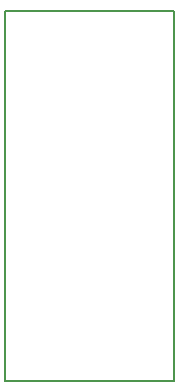
<source format=gko>
%FSLAX42Y42*%
%MOMM*%
G71*
G01*
G75*
G04 Layer_Color=16711935*
%ADD10R,0.90X1.25*%
%ADD11R,0.90X0.90*%
%ADD12R,2.00X2.50*%
%ADD13R,5.59X7.62*%
%ADD14R,2.00X2.54*%
%ADD15R,1.25X1.50*%
%ADD16R,1.50X1.25*%
%ADD17R,1.50X1.50*%
%ADD18O,2.00X0.50*%
%ADD19R,2.00X0.50*%
%ADD20C,2.00*%
%ADD21C,0.50*%
%ADD22C,2.50*%
%ADD23R,4.60X2.90*%
%ADD24R,3.90X3.00*%
%ADD25R,3.70X2.90*%
%ADD26R,2.00X3.00*%
%ADD27R,2.90X2.80*%
%ADD28R,8.10X3.70*%
%ADD29R,2.50X2.50*%
%ADD30R,2.50X2.50*%
%ADD31C,3.40*%
%ADD32C,3.30*%
%ADD33R,1.10X1.45*%
%ADD34R,1.10X1.10*%
%ADD35R,2.20X2.70*%
%ADD36R,5.79X7.82*%
%ADD37R,2.20X2.74*%
%ADD38R,1.45X1.70*%
%ADD39R,1.70X1.45*%
%ADD40R,1.70X1.70*%
%ADD41O,2.20X0.70*%
%ADD42R,2.20X0.70*%
%ADD43R,2.70X2.70*%
%ADD44R,2.70X2.70*%
%ADD45C,3.60*%
%ADD46C,3.50*%
%ADD47C,0.20*%
D47*
X10818Y6880D02*
Y10020D01*
X9390D02*
X10818D01*
X9390Y6880D02*
X10818D01*
X9390D02*
Y10020D01*
M02*

</source>
